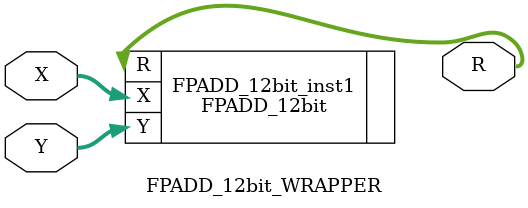
<source format=sv>
`timescale 1ns / 1ps


module FPADD_12bit_WRAPPER(

    input               [13:0] X,
    input               [13:0] Y,

    output logic        [13:0] R
);

FPADD_12bit FPADD_12bit_inst1(.X(X), .Y(Y), .R(R));

endmodule

</source>
